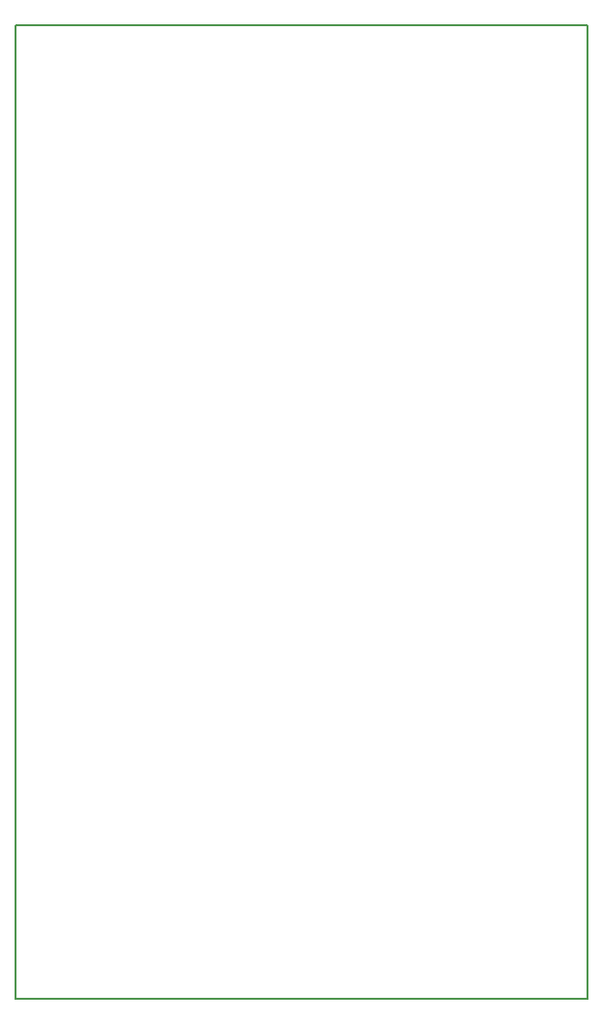
<source format=gbr>
G04 #@! TF.FileFunction,Profile,NP*
%FSLAX46Y46*%
G04 Gerber Fmt 4.6, Leading zero omitted, Abs format (unit mm)*
G04 Created by KiCad (PCBNEW 4.0.7) date 02/22/18 18:02:35*
%MOMM*%
%LPD*%
G01*
G04 APERTURE LIST*
%ADD10C,0.100000*%
%ADD11C,0.150000*%
G04 APERTURE END LIST*
D10*
D11*
X70000000Y-155000000D02*
X70000000Y-70000000D01*
X120000000Y-155000000D02*
X70000000Y-155000000D01*
X120000000Y-70000000D02*
X120000000Y-155000000D01*
X70000000Y-70000000D02*
X120000000Y-70000000D01*
M02*

</source>
